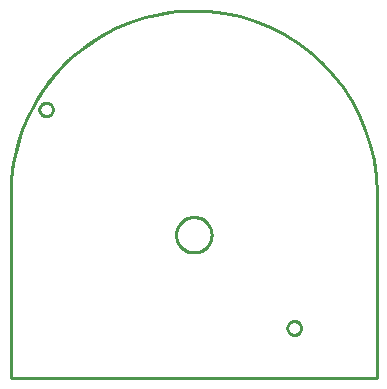
<source format=gko>
G04 EAGLE Gerber RS-274X export*
G75*
%MOMM*%
%FSLAX34Y34*%
%LPD*%
%INBoard Outline*%
%IPPOS*%
%AMOC8*
5,1,8,0,0,1.08239X$1,22.5*%
G01*
%ADD10C,0.150000*%
%ADD11C,0.000000*%
%ADD12C,0.254000*%


D10*
X-155000Y155000D02*
X-155000Y0D01*
X155000Y0D01*
X155000Y155000D01*
X154984Y158794D01*
X154875Y162587D01*
X154674Y166376D01*
X154380Y170158D01*
X153993Y173933D01*
X153514Y177697D01*
X152943Y181448D01*
X152281Y185184D01*
X151527Y188902D01*
X150682Y192601D01*
X149747Y196278D01*
X148723Y199932D01*
X147609Y203559D01*
X146407Y207157D01*
X145117Y210726D01*
X143740Y214261D01*
X142277Y217762D01*
X140729Y221226D01*
X139097Y224651D01*
X137381Y228035D01*
X135583Y231376D01*
X133703Y234672D01*
X131744Y237921D01*
X129705Y241121D01*
X127589Y244270D01*
X125396Y247367D01*
X123129Y250409D01*
X120787Y253394D01*
X118373Y256322D01*
X115889Y259189D01*
X113334Y261994D01*
X110712Y264737D01*
X108024Y267414D01*
X105270Y270025D01*
X102454Y272567D01*
X99576Y275040D01*
X96639Y277442D01*
X93644Y279771D01*
X90593Y282026D01*
X87487Y284205D01*
X84329Y286308D01*
X81120Y288334D01*
X77863Y290279D01*
X74559Y292145D01*
X71211Y293929D01*
X67820Y295631D01*
X64388Y297249D01*
X60917Y298783D01*
X57410Y300231D01*
X53869Y301593D01*
X50296Y302868D01*
X46692Y304055D01*
X43060Y305154D01*
X39403Y306163D01*
X35722Y307083D01*
X32019Y307912D01*
X28298Y308650D01*
X24559Y309297D01*
X20806Y309852D01*
X17040Y310316D01*
X13264Y310686D01*
X9480Y310965D01*
X5690Y311151D01*
X1897Y311243D01*
X-1897Y311243D01*
X-5690Y311151D01*
X-9480Y310965D01*
X-13264Y310686D01*
X-17040Y310316D01*
X-20806Y309852D01*
X-24559Y309297D01*
X-28298Y308650D01*
X-32019Y307912D01*
X-35722Y307083D01*
X-39403Y306163D01*
X-43060Y305154D01*
X-46692Y304055D01*
X-50296Y302868D01*
X-53869Y301593D01*
X-57410Y300231D01*
X-60917Y298783D01*
X-64388Y297249D01*
X-67820Y295631D01*
X-71211Y293929D01*
X-74559Y292145D01*
X-77863Y290279D01*
X-81120Y288334D01*
X-84329Y286308D01*
X-87487Y284205D01*
X-90593Y282026D01*
X-93644Y279771D01*
X-96639Y277442D01*
X-99576Y275040D01*
X-102454Y272567D01*
X-105270Y270025D01*
X-108024Y267414D01*
X-110712Y264737D01*
X-113334Y261994D01*
X-115889Y259189D01*
X-118373Y256322D01*
X-120787Y253394D01*
X-123129Y250409D01*
X-125396Y247367D01*
X-127589Y244270D01*
X-129705Y241121D01*
X-131744Y237921D01*
X-133703Y234672D01*
X-135583Y231376D01*
X-137381Y228035D01*
X-139097Y224651D01*
X-140729Y221226D01*
X-142277Y217762D01*
X-143740Y214261D01*
X-145117Y210726D01*
X-146407Y207157D01*
X-147609Y203559D01*
X-148723Y199932D01*
X-149747Y196278D01*
X-150682Y192601D01*
X-151527Y188902D01*
X-152281Y185184D01*
X-152943Y181448D01*
X-153514Y177697D01*
X-153993Y173933D01*
X-154380Y170158D01*
X-154674Y166376D01*
X-154875Y162587D01*
X-154984Y158794D01*
X-155000Y155000D01*
D11*
X-15000Y121500D02*
X-14995Y121868D01*
X-14982Y122236D01*
X-14959Y122603D01*
X-14928Y122970D01*
X-14887Y123336D01*
X-14838Y123701D01*
X-14779Y124064D01*
X-14712Y124426D01*
X-14636Y124787D01*
X-14550Y125145D01*
X-14457Y125501D01*
X-14354Y125854D01*
X-14243Y126205D01*
X-14123Y126553D01*
X-13995Y126898D01*
X-13858Y127240D01*
X-13713Y127579D01*
X-13560Y127913D01*
X-13398Y128244D01*
X-13229Y128571D01*
X-13051Y128893D01*
X-12866Y129212D01*
X-12673Y129525D01*
X-12472Y129834D01*
X-12264Y130137D01*
X-12048Y130435D01*
X-11825Y130728D01*
X-11595Y131016D01*
X-11358Y131298D01*
X-11114Y131573D01*
X-10864Y131843D01*
X-10607Y132107D01*
X-10343Y132364D01*
X-10073Y132614D01*
X-9798Y132858D01*
X-9516Y133095D01*
X-9228Y133325D01*
X-8935Y133548D01*
X-8637Y133764D01*
X-8334Y133972D01*
X-8025Y134173D01*
X-7712Y134366D01*
X-7393Y134551D01*
X-7071Y134729D01*
X-6744Y134898D01*
X-6413Y135060D01*
X-6079Y135213D01*
X-5740Y135358D01*
X-5398Y135495D01*
X-5053Y135623D01*
X-4705Y135743D01*
X-4354Y135854D01*
X-4001Y135957D01*
X-3645Y136050D01*
X-3287Y136136D01*
X-2926Y136212D01*
X-2564Y136279D01*
X-2201Y136338D01*
X-1836Y136387D01*
X-1470Y136428D01*
X-1103Y136459D01*
X-736Y136482D01*
X-368Y136495D01*
X0Y136500D01*
X368Y136495D01*
X736Y136482D01*
X1103Y136459D01*
X1470Y136428D01*
X1836Y136387D01*
X2201Y136338D01*
X2564Y136279D01*
X2926Y136212D01*
X3287Y136136D01*
X3645Y136050D01*
X4001Y135957D01*
X4354Y135854D01*
X4705Y135743D01*
X5053Y135623D01*
X5398Y135495D01*
X5740Y135358D01*
X6079Y135213D01*
X6413Y135060D01*
X6744Y134898D01*
X7071Y134729D01*
X7393Y134551D01*
X7712Y134366D01*
X8025Y134173D01*
X8334Y133972D01*
X8637Y133764D01*
X8935Y133548D01*
X9228Y133325D01*
X9516Y133095D01*
X9798Y132858D01*
X10073Y132614D01*
X10343Y132364D01*
X10607Y132107D01*
X10864Y131843D01*
X11114Y131573D01*
X11358Y131298D01*
X11595Y131016D01*
X11825Y130728D01*
X12048Y130435D01*
X12264Y130137D01*
X12472Y129834D01*
X12673Y129525D01*
X12866Y129212D01*
X13051Y128893D01*
X13229Y128571D01*
X13398Y128244D01*
X13560Y127913D01*
X13713Y127579D01*
X13858Y127240D01*
X13995Y126898D01*
X14123Y126553D01*
X14243Y126205D01*
X14354Y125854D01*
X14457Y125501D01*
X14550Y125145D01*
X14636Y124787D01*
X14712Y124426D01*
X14779Y124064D01*
X14838Y123701D01*
X14887Y123336D01*
X14928Y122970D01*
X14959Y122603D01*
X14982Y122236D01*
X14995Y121868D01*
X15000Y121500D01*
X14995Y121132D01*
X14982Y120764D01*
X14959Y120397D01*
X14928Y120030D01*
X14887Y119664D01*
X14838Y119299D01*
X14779Y118936D01*
X14712Y118574D01*
X14636Y118213D01*
X14550Y117855D01*
X14457Y117499D01*
X14354Y117146D01*
X14243Y116795D01*
X14123Y116447D01*
X13995Y116102D01*
X13858Y115760D01*
X13713Y115421D01*
X13560Y115087D01*
X13398Y114756D01*
X13229Y114429D01*
X13051Y114107D01*
X12866Y113788D01*
X12673Y113475D01*
X12472Y113166D01*
X12264Y112863D01*
X12048Y112565D01*
X11825Y112272D01*
X11595Y111984D01*
X11358Y111702D01*
X11114Y111427D01*
X10864Y111157D01*
X10607Y110893D01*
X10343Y110636D01*
X10073Y110386D01*
X9798Y110142D01*
X9516Y109905D01*
X9228Y109675D01*
X8935Y109452D01*
X8637Y109236D01*
X8334Y109028D01*
X8025Y108827D01*
X7712Y108634D01*
X7393Y108449D01*
X7071Y108271D01*
X6744Y108102D01*
X6413Y107940D01*
X6079Y107787D01*
X5740Y107642D01*
X5398Y107505D01*
X5053Y107377D01*
X4705Y107257D01*
X4354Y107146D01*
X4001Y107043D01*
X3645Y106950D01*
X3287Y106864D01*
X2926Y106788D01*
X2564Y106721D01*
X2201Y106662D01*
X1836Y106613D01*
X1470Y106572D01*
X1103Y106541D01*
X736Y106518D01*
X368Y106505D01*
X0Y106500D01*
X-368Y106505D01*
X-736Y106518D01*
X-1103Y106541D01*
X-1470Y106572D01*
X-1836Y106613D01*
X-2201Y106662D01*
X-2564Y106721D01*
X-2926Y106788D01*
X-3287Y106864D01*
X-3645Y106950D01*
X-4001Y107043D01*
X-4354Y107146D01*
X-4705Y107257D01*
X-5053Y107377D01*
X-5398Y107505D01*
X-5740Y107642D01*
X-6079Y107787D01*
X-6413Y107940D01*
X-6744Y108102D01*
X-7071Y108271D01*
X-7393Y108449D01*
X-7712Y108634D01*
X-8025Y108827D01*
X-8334Y109028D01*
X-8637Y109236D01*
X-8935Y109452D01*
X-9228Y109675D01*
X-9516Y109905D01*
X-9798Y110142D01*
X-10073Y110386D01*
X-10343Y110636D01*
X-10607Y110893D01*
X-10864Y111157D01*
X-11114Y111427D01*
X-11358Y111702D01*
X-11595Y111984D01*
X-11825Y112272D01*
X-12048Y112565D01*
X-12264Y112863D01*
X-12472Y113166D01*
X-12673Y113475D01*
X-12866Y113788D01*
X-13051Y114107D01*
X-13229Y114429D01*
X-13398Y114756D01*
X-13560Y115087D01*
X-13713Y115421D01*
X-13858Y115760D01*
X-13995Y116102D01*
X-14123Y116447D01*
X-14243Y116795D01*
X-14354Y117146D01*
X-14457Y117499D01*
X-14550Y117855D01*
X-14636Y118213D01*
X-14712Y118574D01*
X-14779Y118936D01*
X-14838Y119299D01*
X-14887Y119664D01*
X-14928Y120030D01*
X-14959Y120397D01*
X-14982Y120764D01*
X-14995Y121132D01*
X-15000Y121500D01*
X79240Y42500D02*
X79242Y42651D01*
X79248Y42803D01*
X79258Y42954D01*
X79272Y43105D01*
X79290Y43255D01*
X79312Y43405D01*
X79337Y43554D01*
X79367Y43703D01*
X79400Y43850D01*
X79438Y43997D01*
X79479Y44143D01*
X79524Y44287D01*
X79573Y44430D01*
X79626Y44572D01*
X79682Y44713D01*
X79742Y44852D01*
X79806Y44989D01*
X79873Y45125D01*
X79944Y45259D01*
X80018Y45391D01*
X80096Y45521D01*
X80177Y45649D01*
X80261Y45774D01*
X80349Y45898D01*
X80440Y46019D01*
X80534Y46138D01*
X80631Y46254D01*
X80731Y46367D01*
X80834Y46478D01*
X80940Y46586D01*
X81049Y46692D01*
X81161Y46794D01*
X81275Y46893D01*
X81392Y46990D01*
X81511Y47083D01*
X81633Y47173D01*
X81757Y47260D01*
X81883Y47344D01*
X82011Y47424D01*
X82142Y47501D01*
X82274Y47574D01*
X82409Y47644D01*
X82545Y47711D01*
X82683Y47773D01*
X82822Y47832D01*
X82963Y47888D01*
X83105Y47939D01*
X83249Y47987D01*
X83394Y48032D01*
X83540Y48072D01*
X83687Y48108D01*
X83835Y48141D01*
X83983Y48170D01*
X84133Y48194D01*
X84283Y48215D01*
X84433Y48232D01*
X84584Y48245D01*
X84735Y48254D01*
X84886Y48259D01*
X85038Y48260D01*
X85189Y48257D01*
X85341Y48250D01*
X85492Y48239D01*
X85642Y48224D01*
X85792Y48205D01*
X85942Y48182D01*
X86091Y48156D01*
X86240Y48125D01*
X86387Y48091D01*
X86533Y48052D01*
X86679Y48010D01*
X86823Y47964D01*
X86966Y47914D01*
X87108Y47861D01*
X87248Y47803D01*
X87387Y47742D01*
X87524Y47678D01*
X87659Y47610D01*
X87792Y47538D01*
X87924Y47463D01*
X88053Y47384D01*
X88180Y47302D01*
X88306Y47217D01*
X88428Y47129D01*
X88549Y47037D01*
X88667Y46942D01*
X88782Y46844D01*
X88895Y46743D01*
X89005Y46639D01*
X89113Y46533D01*
X89217Y46423D01*
X89319Y46311D01*
X89418Y46196D01*
X89513Y46079D01*
X89606Y45959D01*
X89695Y45836D01*
X89781Y45712D01*
X89864Y45585D01*
X89944Y45456D01*
X90020Y45325D01*
X90092Y45192D01*
X90161Y45057D01*
X90227Y44921D01*
X90288Y44783D01*
X90347Y44643D01*
X90401Y44502D01*
X90452Y44359D01*
X90499Y44215D01*
X90542Y44070D01*
X90581Y43924D01*
X90617Y43776D01*
X90648Y43628D01*
X90676Y43479D01*
X90700Y43330D01*
X90720Y43180D01*
X90736Y43029D01*
X90748Y42878D01*
X90756Y42727D01*
X90760Y42576D01*
X90760Y42424D01*
X90756Y42273D01*
X90748Y42122D01*
X90736Y41971D01*
X90720Y41820D01*
X90700Y41670D01*
X90676Y41521D01*
X90648Y41372D01*
X90617Y41224D01*
X90581Y41076D01*
X90542Y40930D01*
X90499Y40785D01*
X90452Y40641D01*
X90401Y40498D01*
X90347Y40357D01*
X90288Y40217D01*
X90227Y40079D01*
X90161Y39943D01*
X90092Y39808D01*
X90020Y39675D01*
X89944Y39544D01*
X89864Y39415D01*
X89781Y39288D01*
X89695Y39164D01*
X89606Y39041D01*
X89513Y38921D01*
X89418Y38804D01*
X89319Y38689D01*
X89217Y38577D01*
X89113Y38467D01*
X89005Y38361D01*
X88895Y38257D01*
X88782Y38156D01*
X88667Y38058D01*
X88549Y37963D01*
X88428Y37871D01*
X88306Y37783D01*
X88180Y37698D01*
X88053Y37616D01*
X87924Y37537D01*
X87792Y37462D01*
X87659Y37390D01*
X87524Y37322D01*
X87387Y37258D01*
X87248Y37197D01*
X87108Y37139D01*
X86966Y37086D01*
X86823Y37036D01*
X86679Y36990D01*
X86533Y36948D01*
X86387Y36909D01*
X86240Y36875D01*
X86091Y36844D01*
X85942Y36818D01*
X85792Y36795D01*
X85642Y36776D01*
X85492Y36761D01*
X85341Y36750D01*
X85189Y36743D01*
X85038Y36740D01*
X84886Y36741D01*
X84735Y36746D01*
X84584Y36755D01*
X84433Y36768D01*
X84283Y36785D01*
X84133Y36806D01*
X83983Y36830D01*
X83835Y36859D01*
X83687Y36892D01*
X83540Y36928D01*
X83394Y36968D01*
X83249Y37013D01*
X83105Y37061D01*
X82963Y37112D01*
X82822Y37168D01*
X82683Y37227D01*
X82545Y37289D01*
X82409Y37356D01*
X82274Y37426D01*
X82142Y37499D01*
X82011Y37576D01*
X81883Y37656D01*
X81757Y37740D01*
X81633Y37827D01*
X81511Y37917D01*
X81392Y38010D01*
X81275Y38107D01*
X81161Y38206D01*
X81049Y38308D01*
X80940Y38414D01*
X80834Y38522D01*
X80731Y38633D01*
X80631Y38746D01*
X80534Y38862D01*
X80440Y38981D01*
X80349Y39102D01*
X80261Y39226D01*
X80177Y39351D01*
X80096Y39479D01*
X80018Y39609D01*
X79944Y39741D01*
X79873Y39875D01*
X79806Y40011D01*
X79742Y40148D01*
X79682Y40287D01*
X79626Y40428D01*
X79573Y40570D01*
X79524Y40713D01*
X79479Y40857D01*
X79438Y41003D01*
X79400Y41150D01*
X79367Y41297D01*
X79337Y41446D01*
X79312Y41595D01*
X79290Y41745D01*
X79272Y41895D01*
X79258Y42046D01*
X79248Y42197D01*
X79242Y42349D01*
X79240Y42500D01*
X-130760Y227500D02*
X-130758Y227651D01*
X-130752Y227803D01*
X-130742Y227954D01*
X-130728Y228105D01*
X-130710Y228255D01*
X-130688Y228405D01*
X-130663Y228554D01*
X-130633Y228703D01*
X-130600Y228850D01*
X-130562Y228997D01*
X-130521Y229143D01*
X-130476Y229287D01*
X-130427Y229430D01*
X-130374Y229572D01*
X-130318Y229713D01*
X-130258Y229852D01*
X-130194Y229989D01*
X-130127Y230125D01*
X-130056Y230259D01*
X-129982Y230391D01*
X-129904Y230521D01*
X-129823Y230649D01*
X-129739Y230774D01*
X-129651Y230898D01*
X-129560Y231019D01*
X-129466Y231138D01*
X-129369Y231254D01*
X-129269Y231367D01*
X-129166Y231478D01*
X-129060Y231586D01*
X-128951Y231692D01*
X-128839Y231794D01*
X-128725Y231893D01*
X-128608Y231990D01*
X-128489Y232083D01*
X-128367Y232173D01*
X-128243Y232260D01*
X-128117Y232344D01*
X-127989Y232424D01*
X-127858Y232501D01*
X-127726Y232574D01*
X-127591Y232644D01*
X-127455Y232711D01*
X-127317Y232773D01*
X-127178Y232832D01*
X-127037Y232888D01*
X-126895Y232939D01*
X-126751Y232987D01*
X-126606Y233032D01*
X-126460Y233072D01*
X-126313Y233108D01*
X-126165Y233141D01*
X-126017Y233170D01*
X-125867Y233194D01*
X-125717Y233215D01*
X-125567Y233232D01*
X-125416Y233245D01*
X-125265Y233254D01*
X-125114Y233259D01*
X-124962Y233260D01*
X-124811Y233257D01*
X-124659Y233250D01*
X-124508Y233239D01*
X-124358Y233224D01*
X-124208Y233205D01*
X-124058Y233182D01*
X-123909Y233156D01*
X-123760Y233125D01*
X-123613Y233091D01*
X-123467Y233052D01*
X-123321Y233010D01*
X-123177Y232964D01*
X-123034Y232914D01*
X-122892Y232861D01*
X-122752Y232803D01*
X-122613Y232742D01*
X-122476Y232678D01*
X-122341Y232610D01*
X-122208Y232538D01*
X-122076Y232463D01*
X-121947Y232384D01*
X-121820Y232302D01*
X-121694Y232217D01*
X-121572Y232129D01*
X-121451Y232037D01*
X-121333Y231942D01*
X-121218Y231844D01*
X-121105Y231743D01*
X-120995Y231639D01*
X-120887Y231533D01*
X-120783Y231423D01*
X-120681Y231311D01*
X-120582Y231196D01*
X-120487Y231079D01*
X-120394Y230959D01*
X-120305Y230836D01*
X-120219Y230712D01*
X-120136Y230585D01*
X-120056Y230456D01*
X-119980Y230325D01*
X-119908Y230192D01*
X-119839Y230057D01*
X-119773Y229921D01*
X-119712Y229783D01*
X-119653Y229643D01*
X-119599Y229502D01*
X-119548Y229359D01*
X-119501Y229215D01*
X-119458Y229070D01*
X-119419Y228924D01*
X-119383Y228776D01*
X-119352Y228628D01*
X-119324Y228479D01*
X-119300Y228330D01*
X-119280Y228180D01*
X-119264Y228029D01*
X-119252Y227878D01*
X-119244Y227727D01*
X-119240Y227576D01*
X-119240Y227424D01*
X-119244Y227273D01*
X-119252Y227122D01*
X-119264Y226971D01*
X-119280Y226820D01*
X-119300Y226670D01*
X-119324Y226521D01*
X-119352Y226372D01*
X-119383Y226224D01*
X-119419Y226076D01*
X-119458Y225930D01*
X-119501Y225785D01*
X-119548Y225641D01*
X-119599Y225498D01*
X-119653Y225357D01*
X-119712Y225217D01*
X-119773Y225079D01*
X-119839Y224943D01*
X-119908Y224808D01*
X-119980Y224675D01*
X-120056Y224544D01*
X-120136Y224415D01*
X-120219Y224288D01*
X-120305Y224164D01*
X-120394Y224041D01*
X-120487Y223921D01*
X-120582Y223804D01*
X-120681Y223689D01*
X-120783Y223577D01*
X-120887Y223467D01*
X-120995Y223361D01*
X-121105Y223257D01*
X-121218Y223156D01*
X-121333Y223058D01*
X-121451Y222963D01*
X-121572Y222871D01*
X-121694Y222783D01*
X-121820Y222698D01*
X-121947Y222616D01*
X-122076Y222537D01*
X-122208Y222462D01*
X-122341Y222390D01*
X-122476Y222322D01*
X-122613Y222258D01*
X-122752Y222197D01*
X-122892Y222139D01*
X-123034Y222086D01*
X-123177Y222036D01*
X-123321Y221990D01*
X-123467Y221948D01*
X-123613Y221909D01*
X-123760Y221875D01*
X-123909Y221844D01*
X-124058Y221818D01*
X-124208Y221795D01*
X-124358Y221776D01*
X-124508Y221761D01*
X-124659Y221750D01*
X-124811Y221743D01*
X-124962Y221740D01*
X-125114Y221741D01*
X-125265Y221746D01*
X-125416Y221755D01*
X-125567Y221768D01*
X-125717Y221785D01*
X-125867Y221806D01*
X-126017Y221830D01*
X-126165Y221859D01*
X-126313Y221892D01*
X-126460Y221928D01*
X-126606Y221968D01*
X-126751Y222013D01*
X-126895Y222061D01*
X-127037Y222112D01*
X-127178Y222168D01*
X-127317Y222227D01*
X-127455Y222289D01*
X-127591Y222356D01*
X-127726Y222426D01*
X-127858Y222499D01*
X-127989Y222576D01*
X-128117Y222656D01*
X-128243Y222740D01*
X-128367Y222827D01*
X-128489Y222917D01*
X-128608Y223010D01*
X-128725Y223107D01*
X-128839Y223206D01*
X-128951Y223308D01*
X-129060Y223414D01*
X-129166Y223522D01*
X-129269Y223633D01*
X-129369Y223746D01*
X-129466Y223862D01*
X-129560Y223981D01*
X-129651Y224102D01*
X-129739Y224226D01*
X-129823Y224351D01*
X-129904Y224479D01*
X-129982Y224609D01*
X-130056Y224741D01*
X-130127Y224875D01*
X-130194Y225011D01*
X-130258Y225148D01*
X-130318Y225287D01*
X-130374Y225428D01*
X-130427Y225570D01*
X-130476Y225713D01*
X-130521Y225857D01*
X-130562Y226003D01*
X-130600Y226150D01*
X-130633Y226297D01*
X-130663Y226446D01*
X-130688Y226595D01*
X-130710Y226745D01*
X-130728Y226895D01*
X-130742Y227046D01*
X-130752Y227197D01*
X-130758Y227349D01*
X-130760Y227500D01*
D12*
X-155000Y0D02*
X155000Y0D01*
X155000Y157500D01*
X154301Y171004D01*
X152428Y184396D01*
X149395Y197574D01*
X145225Y210438D01*
X139949Y222889D01*
X133609Y234832D01*
X126252Y246178D01*
X117933Y256840D01*
X108718Y266735D01*
X98675Y275790D01*
X87880Y283936D01*
X76418Y291109D01*
X64373Y297256D01*
X51839Y302330D01*
X38910Y306292D01*
X25685Y309112D01*
X12264Y310769D01*
X-1250Y311250D01*
X-14754Y310551D01*
X-28146Y308678D01*
X-41324Y305645D01*
X-54188Y301475D01*
X-66639Y296199D01*
X-78583Y289859D01*
X-89928Y282502D01*
X-100590Y274183D01*
X-110485Y264968D01*
X-119540Y254925D01*
X-127686Y244130D01*
X-134859Y232667D01*
X-141006Y220623D01*
X-146080Y208089D01*
X-150042Y195160D01*
X-152862Y181934D01*
X-154519Y168514D01*
X-155000Y155000D01*
X-155000Y0D01*
X15000Y120964D02*
X14924Y119896D01*
X14771Y118835D01*
X14543Y117788D01*
X14241Y116760D01*
X13867Y115756D01*
X13422Y114781D01*
X12908Y113841D01*
X12329Y112940D01*
X11687Y112082D01*
X10985Y111272D01*
X10228Y110515D01*
X9418Y109813D01*
X8560Y109171D01*
X7659Y108592D01*
X6719Y108078D01*
X5744Y107633D01*
X4740Y107259D01*
X3712Y106957D01*
X2665Y106729D01*
X1604Y106576D01*
X536Y106500D01*
X-536Y106500D01*
X-1604Y106576D01*
X-2665Y106729D01*
X-3712Y106957D01*
X-4740Y107259D01*
X-5744Y107633D01*
X-6719Y108078D01*
X-7659Y108592D01*
X-8560Y109171D01*
X-9418Y109813D01*
X-10228Y110515D01*
X-10985Y111272D01*
X-11687Y112082D01*
X-12329Y112940D01*
X-12908Y113841D01*
X-13422Y114781D01*
X-13867Y115756D01*
X-14241Y116760D01*
X-14543Y117788D01*
X-14771Y118835D01*
X-14924Y119896D01*
X-15000Y120964D01*
X-15000Y122036D01*
X-14924Y123104D01*
X-14771Y124165D01*
X-14543Y125212D01*
X-14241Y126240D01*
X-13867Y127244D01*
X-13422Y128219D01*
X-12908Y129159D01*
X-12329Y130060D01*
X-11687Y130918D01*
X-10985Y131728D01*
X-10228Y132485D01*
X-9418Y133187D01*
X-8560Y133829D01*
X-7659Y134408D01*
X-6719Y134922D01*
X-5744Y135367D01*
X-4740Y135741D01*
X-3712Y136043D01*
X-2665Y136271D01*
X-1604Y136424D01*
X-536Y136500D01*
X536Y136500D01*
X1604Y136424D01*
X2665Y136271D01*
X3712Y136043D01*
X4740Y135741D01*
X5744Y135367D01*
X6719Y134922D01*
X7659Y134408D01*
X8560Y133829D01*
X9418Y133187D01*
X10228Y132485D01*
X10985Y131728D01*
X11687Y130918D01*
X12329Y130060D01*
X12908Y129159D01*
X13422Y128219D01*
X13867Y127244D01*
X14241Y126240D01*
X14543Y125212D01*
X14771Y124165D01*
X14924Y123104D01*
X15000Y122036D01*
X15000Y120964D01*
X90760Y42177D02*
X90688Y41534D01*
X90544Y40903D01*
X90330Y40292D01*
X90049Y39709D01*
X89705Y39162D01*
X89302Y38656D01*
X88844Y38198D01*
X88338Y37795D01*
X87791Y37451D01*
X87208Y37170D01*
X86597Y36956D01*
X85966Y36812D01*
X85323Y36740D01*
X84677Y36740D01*
X84034Y36812D01*
X83403Y36956D01*
X82792Y37170D01*
X82209Y37451D01*
X81662Y37795D01*
X81156Y38198D01*
X80698Y38656D01*
X80295Y39162D01*
X79951Y39709D01*
X79670Y40292D01*
X79456Y40903D01*
X79312Y41534D01*
X79240Y42177D01*
X79240Y42823D01*
X79312Y43466D01*
X79456Y44097D01*
X79670Y44708D01*
X79951Y45291D01*
X80295Y45838D01*
X80698Y46344D01*
X81156Y46802D01*
X81662Y47205D01*
X82209Y47549D01*
X82792Y47830D01*
X83403Y48044D01*
X84034Y48188D01*
X84677Y48260D01*
X85323Y48260D01*
X85966Y48188D01*
X86597Y48044D01*
X87208Y47830D01*
X87791Y47549D01*
X88338Y47205D01*
X88844Y46802D01*
X89302Y46344D01*
X89705Y45838D01*
X90049Y45291D01*
X90330Y44708D01*
X90544Y44097D01*
X90688Y43466D01*
X90760Y42823D01*
X90760Y42177D01*
X-119240Y227177D02*
X-119312Y226534D01*
X-119456Y225903D01*
X-119670Y225292D01*
X-119951Y224709D01*
X-120295Y224162D01*
X-120698Y223656D01*
X-121156Y223198D01*
X-121662Y222795D01*
X-122209Y222451D01*
X-122792Y222170D01*
X-123403Y221956D01*
X-124034Y221812D01*
X-124677Y221740D01*
X-125323Y221740D01*
X-125966Y221812D01*
X-126597Y221956D01*
X-127208Y222170D01*
X-127791Y222451D01*
X-128338Y222795D01*
X-128844Y223198D01*
X-129302Y223656D01*
X-129705Y224162D01*
X-130049Y224709D01*
X-130330Y225292D01*
X-130544Y225903D01*
X-130688Y226534D01*
X-130760Y227177D01*
X-130760Y227823D01*
X-130688Y228466D01*
X-130544Y229097D01*
X-130330Y229708D01*
X-130049Y230291D01*
X-129705Y230838D01*
X-129302Y231344D01*
X-128844Y231802D01*
X-128338Y232205D01*
X-127791Y232549D01*
X-127208Y232830D01*
X-126597Y233044D01*
X-125966Y233188D01*
X-125323Y233260D01*
X-124677Y233260D01*
X-124034Y233188D01*
X-123403Y233044D01*
X-122792Y232830D01*
X-122209Y232549D01*
X-121662Y232205D01*
X-121156Y231802D01*
X-120698Y231344D01*
X-120295Y230838D01*
X-119951Y230291D01*
X-119670Y229708D01*
X-119456Y229097D01*
X-119312Y228466D01*
X-119240Y227823D01*
X-119240Y227177D01*
M02*

</source>
